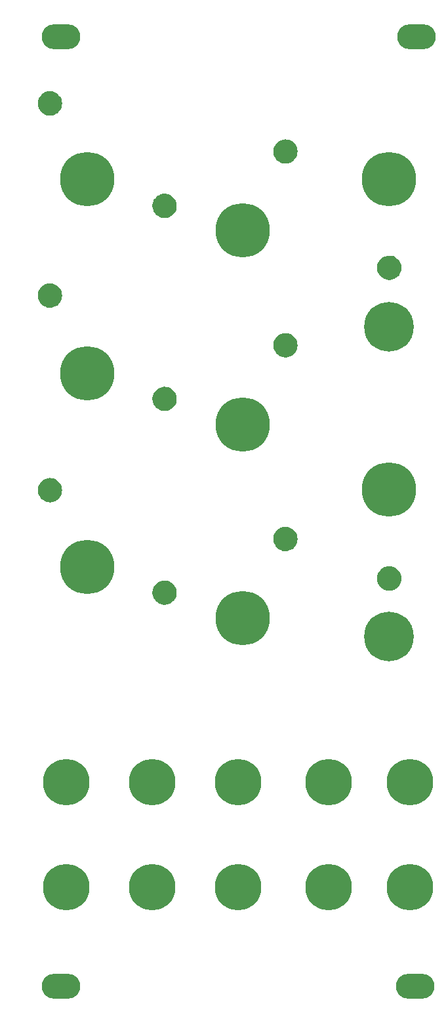
<source format=gbr>
%TF.GenerationSoftware,KiCad,Pcbnew,8.0.3*%
%TF.CreationDate,2024-06-18T14:56:21+01:00*%
%TF.ProjectId,Sinosaur_Panel,53696e6f-7361-4757-925f-50616e656c2e,rev?*%
%TF.SameCoordinates,Original*%
%TF.FileFunction,Soldermask,Bot*%
%TF.FilePolarity,Negative*%
%FSLAX46Y46*%
G04 Gerber Fmt 4.6, Leading zero omitted, Abs format (unit mm)*
G04 Created by KiCad (PCBNEW 8.0.3) date 2024-06-18 14:56:21*
%MOMM*%
%LPD*%
G01*
G04 APERTURE LIST*
%ADD10C,7.000000*%
%ADD11C,6.000000*%
%ADD12O,5.000000X3.200000*%
%ADD13C,6.400000*%
G04 APERTURE END LIST*
D10*
%TO.C,Ref\u002A\u002A*%
X149500000Y-102200000D03*
%TD*%
D11*
%TO.C,Ref\u002A\u002A*%
X141700000Y-140000000D03*
%TD*%
%TO.C,Ref\u002A\u002A*%
X107800000Y-140000000D03*
%TD*%
%TO.C,Ref\u002A\u002A*%
X118900000Y-140000000D03*
%TD*%
D10*
%TO.C,Ref\u002A\u002A*%
X130600000Y-93800000D03*
%TD*%
D11*
%TO.C,Ref\u002A\u002A*%
X107800000Y-153500000D03*
%TD*%
%TO.C,Ref\u002A\u002A*%
X130000000Y-140000000D03*
%TD*%
D12*
%TO.C,Ref\u002A\u002A*%
X153000000Y-43800000D03*
%TD*%
D13*
%TO.C,Ref\u002A\u002A*%
X149500000Y-121200000D03*
%TD*%
D11*
%TO.C,Ref\u002A\u002A*%
X118900000Y-153500000D03*
%TD*%
D10*
%TO.C,Ref\u002A\u002A*%
X149500000Y-62200000D03*
%TD*%
D11*
%TO.C,Ref\u002A\u002A*%
X152200000Y-153500000D03*
%TD*%
%TO.C,Ref\u002A\u002A*%
X130000000Y-153500000D03*
%TD*%
D12*
%TO.C,Ref\u002A\u002A*%
X107100000Y-166300000D03*
%TD*%
%TO.C,Ref\u002A\u002A*%
X152900000Y-166300000D03*
%TD*%
D10*
%TO.C,Ref\u002A\u002A*%
X110500000Y-62200000D03*
%TD*%
D11*
%TO.C,Ref\u002A\u002A*%
X152200000Y-140000000D03*
%TD*%
D10*
%TO.C,Ref\u002A\u002A*%
X110500000Y-112200000D03*
%TD*%
D13*
%TO.C,Ref\u002A\u002A*%
X149500000Y-81200000D03*
%TD*%
D10*
%TO.C,Ref\u002A\u002A*%
X130600000Y-118800000D03*
%TD*%
D11*
%TO.C,Ref\u002A\u002A*%
X141700000Y-153500000D03*
%TD*%
D12*
%TO.C,Ref\u002A\u002A*%
X107100000Y-43800000D03*
%TD*%
D10*
%TO.C,Ref\u002A\u002A*%
X130600000Y-68800000D03*
%TD*%
%TO.C,Ref\u002A\u002A*%
X110500000Y-87200000D03*
%TD*%
G36*
X136390927Y-57047271D02*
G01*
X136401061Y-57048477D01*
X136423082Y-57052023D01*
X136432724Y-57053971D01*
X136614642Y-57098298D01*
X136633313Y-57104452D01*
X136801377Y-57175057D01*
X136818842Y-57184084D01*
X136973904Y-57280531D01*
X136989261Y-57291806D01*
X137207502Y-57479476D01*
X137220552Y-57492508D01*
X137408717Y-57710674D01*
X137420054Y-57726077D01*
X137516881Y-57881445D01*
X137525981Y-57899036D01*
X137596602Y-58067278D01*
X137602784Y-58086093D01*
X137646885Y-58268252D01*
X137648831Y-58277972D01*
X137652095Y-58298515D01*
X137653268Y-58308487D01*
X137674857Y-58589856D01*
X137674768Y-58609922D01*
X137651072Y-58886620D01*
X137648015Y-58905329D01*
X137605876Y-59078683D01*
X137600424Y-59095677D01*
X137533620Y-59261723D01*
X137525784Y-59277757D01*
X137433595Y-59436349D01*
X137428833Y-59443902D01*
X137403409Y-59481178D01*
X137396041Y-59490914D01*
X137219471Y-59701791D01*
X137202052Y-59718859D01*
X136991969Y-59887608D01*
X136972554Y-59900406D01*
X136732958Y-60027871D01*
X136712585Y-60036476D01*
X136448307Y-60121227D01*
X136437628Y-60124133D01*
X136401200Y-60132319D01*
X136391906Y-60134038D01*
X136209122Y-60160693D01*
X136190281Y-60161987D01*
X136010310Y-60160611D01*
X135991491Y-60159029D01*
X135813848Y-60130344D01*
X135795428Y-60125903D01*
X135526885Y-60038977D01*
X135509299Y-60031753D01*
X135252962Y-59902661D01*
X135244651Y-59898069D01*
X135242693Y-59896887D01*
X135234322Y-59891360D01*
X135079562Y-59779931D01*
X135064319Y-59766965D01*
X134933067Y-59635662D01*
X134920108Y-59620414D01*
X134808751Y-59465629D01*
X134803232Y-59457265D01*
X134802715Y-59456408D01*
X134798137Y-59448120D01*
X134668852Y-59191346D01*
X134661653Y-59173832D01*
X134574425Y-58904846D01*
X134569993Y-58886542D01*
X134540975Y-58708489D01*
X134539367Y-58689825D01*
X134537502Y-58509385D01*
X134538723Y-58490692D01*
X134564722Y-58307365D01*
X134566388Y-58298143D01*
X134574192Y-58262657D01*
X134577096Y-58251815D01*
X134661084Y-57986902D01*
X134669765Y-57966230D01*
X134797157Y-57726286D01*
X134810165Y-57706579D01*
X134979457Y-57496713D01*
X134996884Y-57479061D01*
X135208907Y-57303492D01*
X135218855Y-57296061D01*
X135254598Y-57272054D01*
X135265818Y-57265348D01*
X135509123Y-57136824D01*
X135533361Y-57127129D01*
X135793231Y-57053787D01*
X135816099Y-57049597D01*
X136089935Y-57025628D01*
X136110327Y-57025527D01*
X136390927Y-57047271D01*
G37*
G36*
X105993702Y-100747271D02*
G01*
X106003836Y-100748477D01*
X106025857Y-100752023D01*
X106035499Y-100753971D01*
X106217417Y-100798298D01*
X106236088Y-100804452D01*
X106404152Y-100875057D01*
X106421617Y-100884084D01*
X106576679Y-100980531D01*
X106592036Y-100991806D01*
X106810277Y-101179476D01*
X106823327Y-101192508D01*
X107011492Y-101410674D01*
X107022829Y-101426077D01*
X107119656Y-101581445D01*
X107128756Y-101599036D01*
X107199377Y-101767278D01*
X107205559Y-101786093D01*
X107249660Y-101968252D01*
X107251606Y-101977972D01*
X107254870Y-101998515D01*
X107256043Y-102008487D01*
X107277632Y-102289856D01*
X107277543Y-102309922D01*
X107253847Y-102586620D01*
X107250790Y-102605329D01*
X107208651Y-102778683D01*
X107203199Y-102795677D01*
X107136395Y-102961723D01*
X107128559Y-102977757D01*
X107036370Y-103136349D01*
X107031608Y-103143902D01*
X107006184Y-103181178D01*
X106998816Y-103190914D01*
X106822246Y-103401791D01*
X106804827Y-103418859D01*
X106594744Y-103587608D01*
X106575329Y-103600406D01*
X106335733Y-103727871D01*
X106315360Y-103736476D01*
X106051082Y-103821227D01*
X106040403Y-103824133D01*
X106003975Y-103832319D01*
X105994681Y-103834038D01*
X105811897Y-103860693D01*
X105793056Y-103861987D01*
X105613085Y-103860611D01*
X105594266Y-103859029D01*
X105416626Y-103830345D01*
X105398206Y-103825904D01*
X105129660Y-103738977D01*
X105112074Y-103731753D01*
X104855737Y-103602661D01*
X104847426Y-103598069D01*
X104845468Y-103596887D01*
X104837097Y-103591360D01*
X104682337Y-103479931D01*
X104667094Y-103466965D01*
X104535842Y-103335662D01*
X104522882Y-103320414D01*
X104411524Y-103165626D01*
X104406051Y-103157336D01*
X104405535Y-103156482D01*
X104400912Y-103148120D01*
X104271627Y-102891346D01*
X104264428Y-102873832D01*
X104177200Y-102604846D01*
X104172768Y-102586542D01*
X104143750Y-102408489D01*
X104142142Y-102389825D01*
X104140277Y-102209385D01*
X104141498Y-102190692D01*
X104167497Y-102007365D01*
X104169163Y-101998143D01*
X104176967Y-101962657D01*
X104179871Y-101951815D01*
X104263859Y-101686902D01*
X104272540Y-101666230D01*
X104399932Y-101426286D01*
X104412940Y-101406579D01*
X104582232Y-101196713D01*
X104599659Y-101179061D01*
X104811682Y-101003492D01*
X104821630Y-100996061D01*
X104857373Y-100972054D01*
X104868593Y-100965348D01*
X105111898Y-100836824D01*
X105136136Y-100827129D01*
X105396006Y-100753787D01*
X105418874Y-100749597D01*
X105692710Y-100725628D01*
X105713102Y-100725527D01*
X105993702Y-100747271D01*
G37*
G36*
X136390927Y-82047271D02*
G01*
X136401061Y-82048477D01*
X136423082Y-82052023D01*
X136432724Y-82053971D01*
X136614642Y-82098298D01*
X136633313Y-82104452D01*
X136801377Y-82175057D01*
X136818842Y-82184084D01*
X136973904Y-82280531D01*
X136989261Y-82291806D01*
X137207502Y-82479476D01*
X137220552Y-82492508D01*
X137408717Y-82710674D01*
X137420054Y-82726077D01*
X137516881Y-82881445D01*
X137525981Y-82899036D01*
X137596602Y-83067278D01*
X137602784Y-83086093D01*
X137646885Y-83268252D01*
X137648831Y-83277972D01*
X137652095Y-83298515D01*
X137653268Y-83308487D01*
X137674857Y-83589856D01*
X137674768Y-83609922D01*
X137651072Y-83886620D01*
X137648015Y-83905329D01*
X137605876Y-84078683D01*
X137600424Y-84095677D01*
X137533620Y-84261723D01*
X137525784Y-84277757D01*
X137433595Y-84436349D01*
X137428833Y-84443902D01*
X137403409Y-84481178D01*
X137396041Y-84490914D01*
X137219471Y-84701791D01*
X137202052Y-84718859D01*
X136991969Y-84887608D01*
X136972554Y-84900406D01*
X136732958Y-85027871D01*
X136712585Y-85036476D01*
X136448307Y-85121227D01*
X136437628Y-85124133D01*
X136401200Y-85132319D01*
X136391906Y-85134038D01*
X136209122Y-85160693D01*
X136190281Y-85161987D01*
X136010310Y-85160611D01*
X135991491Y-85159029D01*
X135813848Y-85130344D01*
X135795428Y-85125903D01*
X135526885Y-85038977D01*
X135509299Y-85031753D01*
X135252962Y-84902661D01*
X135244651Y-84898069D01*
X135242693Y-84896887D01*
X135234322Y-84891360D01*
X135079562Y-84779931D01*
X135064319Y-84766965D01*
X134933067Y-84635662D01*
X134920108Y-84620414D01*
X134808751Y-84465629D01*
X134803232Y-84457265D01*
X134802715Y-84456408D01*
X134798137Y-84448120D01*
X134668852Y-84191346D01*
X134661653Y-84173832D01*
X134574425Y-83904846D01*
X134569993Y-83886542D01*
X134540975Y-83708489D01*
X134539367Y-83689825D01*
X134537502Y-83509385D01*
X134538723Y-83490692D01*
X134564722Y-83307365D01*
X134566388Y-83298143D01*
X134574192Y-83262657D01*
X134577096Y-83251815D01*
X134661084Y-82986902D01*
X134669765Y-82966230D01*
X134797157Y-82726286D01*
X134810165Y-82706579D01*
X134979457Y-82496713D01*
X134996884Y-82479061D01*
X135208907Y-82303492D01*
X135218855Y-82296061D01*
X135254598Y-82272054D01*
X135265818Y-82265348D01*
X135509123Y-82136824D01*
X135533361Y-82127129D01*
X135793231Y-82053787D01*
X135816099Y-82049597D01*
X136089935Y-82025628D01*
X136110327Y-82025527D01*
X136390927Y-82047271D01*
G37*
G36*
X120790927Y-88964033D02*
G01*
X120801061Y-88965239D01*
X120823082Y-88968785D01*
X120832724Y-88970733D01*
X121014642Y-89015060D01*
X121033313Y-89021214D01*
X121201377Y-89091819D01*
X121218842Y-89100846D01*
X121373904Y-89197293D01*
X121389261Y-89208568D01*
X121607502Y-89396238D01*
X121620552Y-89409270D01*
X121808717Y-89627436D01*
X121820054Y-89642839D01*
X121916881Y-89798207D01*
X121925981Y-89815798D01*
X121996602Y-89984040D01*
X122002784Y-90002855D01*
X122046885Y-90185014D01*
X122048831Y-90194734D01*
X122052095Y-90215277D01*
X122053268Y-90225249D01*
X122074857Y-90506618D01*
X122074768Y-90526684D01*
X122051072Y-90803382D01*
X122048015Y-90822091D01*
X122005876Y-90995445D01*
X122000424Y-91012439D01*
X121933620Y-91178485D01*
X121925784Y-91194519D01*
X121833595Y-91353111D01*
X121828833Y-91360664D01*
X121803409Y-91397940D01*
X121796041Y-91407676D01*
X121619471Y-91618553D01*
X121602052Y-91635621D01*
X121391969Y-91804370D01*
X121372554Y-91817168D01*
X121132958Y-91944633D01*
X121112585Y-91953238D01*
X120848307Y-92037989D01*
X120837628Y-92040895D01*
X120801200Y-92049081D01*
X120791906Y-92050800D01*
X120609122Y-92077455D01*
X120590281Y-92078749D01*
X120410310Y-92077373D01*
X120391491Y-92075791D01*
X120213851Y-92047107D01*
X120195431Y-92042666D01*
X119926885Y-91955739D01*
X119909299Y-91948515D01*
X119652962Y-91819423D01*
X119644651Y-91814831D01*
X119642693Y-91813649D01*
X119634322Y-91808122D01*
X119479562Y-91696693D01*
X119464319Y-91683727D01*
X119333067Y-91552424D01*
X119320107Y-91537176D01*
X119208749Y-91382388D01*
X119203276Y-91374098D01*
X119202760Y-91373244D01*
X119198137Y-91364882D01*
X119068852Y-91108108D01*
X119061653Y-91090594D01*
X118974425Y-90821608D01*
X118969993Y-90803304D01*
X118940975Y-90625251D01*
X118939367Y-90606587D01*
X118937502Y-90426147D01*
X118938723Y-90407454D01*
X118964722Y-90224127D01*
X118966388Y-90214905D01*
X118974192Y-90179419D01*
X118977096Y-90168577D01*
X119061084Y-89903664D01*
X119069765Y-89882992D01*
X119197157Y-89643048D01*
X119210165Y-89623341D01*
X119379457Y-89413475D01*
X119396884Y-89395823D01*
X119608907Y-89220254D01*
X119618855Y-89212823D01*
X119654598Y-89188816D01*
X119665818Y-89182110D01*
X119909123Y-89053586D01*
X119933361Y-89043891D01*
X120193231Y-88970549D01*
X120216099Y-88966359D01*
X120489935Y-88942390D01*
X120510327Y-88942289D01*
X120790927Y-88964033D01*
G37*
G36*
X149790927Y-72047271D02*
G01*
X149801061Y-72048477D01*
X149823082Y-72052023D01*
X149832724Y-72053971D01*
X150014642Y-72098298D01*
X150033313Y-72104452D01*
X150201377Y-72175057D01*
X150218842Y-72184084D01*
X150373904Y-72280531D01*
X150389261Y-72291806D01*
X150607502Y-72479476D01*
X150620552Y-72492508D01*
X150808717Y-72710674D01*
X150820054Y-72726077D01*
X150916881Y-72881445D01*
X150925981Y-72899036D01*
X150996602Y-73067278D01*
X151002784Y-73086093D01*
X151046885Y-73268252D01*
X151048831Y-73277972D01*
X151052095Y-73298515D01*
X151053268Y-73308487D01*
X151074857Y-73589856D01*
X151074768Y-73609922D01*
X151051072Y-73886620D01*
X151048015Y-73905329D01*
X151005876Y-74078683D01*
X151000424Y-74095677D01*
X150933620Y-74261723D01*
X150925784Y-74277757D01*
X150833595Y-74436349D01*
X150828833Y-74443902D01*
X150803409Y-74481178D01*
X150796041Y-74490914D01*
X150619471Y-74701791D01*
X150602052Y-74718859D01*
X150391969Y-74887608D01*
X150372554Y-74900406D01*
X150132958Y-75027871D01*
X150112585Y-75036476D01*
X149848307Y-75121227D01*
X149837628Y-75124133D01*
X149801200Y-75132319D01*
X149791906Y-75134038D01*
X149609122Y-75160693D01*
X149590281Y-75161987D01*
X149410310Y-75160611D01*
X149391491Y-75159029D01*
X149213848Y-75130344D01*
X149195428Y-75125903D01*
X148926885Y-75038977D01*
X148909299Y-75031753D01*
X148652962Y-74902661D01*
X148644651Y-74898069D01*
X148642693Y-74896887D01*
X148634322Y-74891360D01*
X148479562Y-74779931D01*
X148464319Y-74766965D01*
X148333067Y-74635662D01*
X148320108Y-74620414D01*
X148208751Y-74465629D01*
X148203232Y-74457265D01*
X148202715Y-74456408D01*
X148198137Y-74448120D01*
X148068852Y-74191346D01*
X148061653Y-74173832D01*
X147974425Y-73904846D01*
X147969993Y-73886542D01*
X147940975Y-73708489D01*
X147939367Y-73689825D01*
X147937502Y-73509385D01*
X147938723Y-73490692D01*
X147964722Y-73307365D01*
X147966388Y-73298143D01*
X147974192Y-73262657D01*
X147977096Y-73251815D01*
X148061084Y-72986902D01*
X148069765Y-72966230D01*
X148197157Y-72726286D01*
X148210165Y-72706579D01*
X148379457Y-72496713D01*
X148396884Y-72479061D01*
X148608907Y-72303492D01*
X148618855Y-72296061D01*
X148654598Y-72272054D01*
X148665818Y-72265348D01*
X148909123Y-72136824D01*
X148933361Y-72127129D01*
X149193231Y-72053787D01*
X149216099Y-72049597D01*
X149489935Y-72025628D01*
X149510327Y-72025527D01*
X149790927Y-72047271D01*
G37*
G36*
X120790927Y-64064033D02*
G01*
X120801061Y-64065239D01*
X120823082Y-64068785D01*
X120832724Y-64070733D01*
X121014642Y-64115060D01*
X121033313Y-64121214D01*
X121201377Y-64191819D01*
X121218842Y-64200846D01*
X121373904Y-64297293D01*
X121389261Y-64308568D01*
X121607502Y-64496238D01*
X121620552Y-64509270D01*
X121808717Y-64727436D01*
X121820054Y-64742839D01*
X121916881Y-64898207D01*
X121925981Y-64915798D01*
X121996602Y-65084040D01*
X122002784Y-65102855D01*
X122046885Y-65285014D01*
X122048831Y-65294734D01*
X122052095Y-65315277D01*
X122053268Y-65325249D01*
X122074857Y-65606618D01*
X122074768Y-65626684D01*
X122051072Y-65903382D01*
X122048015Y-65922091D01*
X122005876Y-66095445D01*
X122000424Y-66112439D01*
X121933620Y-66278485D01*
X121925784Y-66294519D01*
X121833595Y-66453111D01*
X121828833Y-66460664D01*
X121803409Y-66497940D01*
X121796041Y-66507676D01*
X121619471Y-66718553D01*
X121602052Y-66735621D01*
X121391969Y-66904370D01*
X121372554Y-66917168D01*
X121132958Y-67044633D01*
X121112585Y-67053238D01*
X120848307Y-67137989D01*
X120837628Y-67140895D01*
X120801200Y-67149081D01*
X120791906Y-67150800D01*
X120609122Y-67177455D01*
X120590281Y-67178749D01*
X120410310Y-67177373D01*
X120391491Y-67175791D01*
X120213851Y-67147107D01*
X120195431Y-67142666D01*
X119926885Y-67055739D01*
X119909299Y-67048515D01*
X119652962Y-66919423D01*
X119644651Y-66914831D01*
X119642693Y-66913649D01*
X119634322Y-66908122D01*
X119479562Y-66796693D01*
X119464319Y-66783727D01*
X119333067Y-66652424D01*
X119320107Y-66637176D01*
X119208749Y-66482388D01*
X119203276Y-66474098D01*
X119202760Y-66473244D01*
X119198137Y-66464882D01*
X119068852Y-66208108D01*
X119061653Y-66190594D01*
X118974425Y-65921608D01*
X118969993Y-65903304D01*
X118940975Y-65725251D01*
X118939367Y-65706587D01*
X118937502Y-65526147D01*
X118938723Y-65507454D01*
X118964722Y-65324127D01*
X118966388Y-65314905D01*
X118974192Y-65279419D01*
X118977096Y-65268577D01*
X119061084Y-65003664D01*
X119069765Y-64982992D01*
X119197157Y-64743048D01*
X119210165Y-64723341D01*
X119379457Y-64513475D01*
X119396884Y-64495823D01*
X119608907Y-64320254D01*
X119618855Y-64312823D01*
X119654598Y-64288816D01*
X119665818Y-64282110D01*
X119909123Y-64153586D01*
X119933361Y-64143891D01*
X120193231Y-64070549D01*
X120216099Y-64066359D01*
X120489935Y-64042390D01*
X120510327Y-64042289D01*
X120790927Y-64064033D01*
G37*
G36*
X105990927Y-75636897D02*
G01*
X106001061Y-75638103D01*
X106023082Y-75641649D01*
X106032724Y-75643597D01*
X106214642Y-75687924D01*
X106233313Y-75694078D01*
X106401377Y-75764683D01*
X106418842Y-75773710D01*
X106573904Y-75870157D01*
X106589261Y-75881432D01*
X106807502Y-76069102D01*
X106820552Y-76082134D01*
X107008717Y-76300300D01*
X107020054Y-76315703D01*
X107116881Y-76471071D01*
X107125981Y-76488662D01*
X107196602Y-76656904D01*
X107202784Y-76675719D01*
X107246885Y-76857878D01*
X107248831Y-76867598D01*
X107252095Y-76888141D01*
X107253268Y-76898113D01*
X107274857Y-77179482D01*
X107274768Y-77199548D01*
X107251072Y-77476246D01*
X107248015Y-77494955D01*
X107205876Y-77668309D01*
X107200424Y-77685303D01*
X107133620Y-77851349D01*
X107125784Y-77867383D01*
X107033595Y-78025975D01*
X107028833Y-78033528D01*
X107003409Y-78070804D01*
X106996041Y-78080540D01*
X106819471Y-78291417D01*
X106802052Y-78308485D01*
X106591969Y-78477234D01*
X106572554Y-78490032D01*
X106332958Y-78617497D01*
X106312585Y-78626102D01*
X106048307Y-78710853D01*
X106037628Y-78713759D01*
X106001200Y-78721945D01*
X105991906Y-78723664D01*
X105809122Y-78750319D01*
X105790281Y-78751613D01*
X105610310Y-78750237D01*
X105591491Y-78748655D01*
X105413851Y-78719971D01*
X105395431Y-78715530D01*
X105126885Y-78628603D01*
X105109299Y-78621379D01*
X104852962Y-78492287D01*
X104844651Y-78487695D01*
X104842693Y-78486513D01*
X104834322Y-78480986D01*
X104679562Y-78369557D01*
X104664319Y-78356591D01*
X104533067Y-78225288D01*
X104520107Y-78210040D01*
X104408749Y-78055252D01*
X104403276Y-78046962D01*
X104402760Y-78046108D01*
X104398137Y-78037746D01*
X104268852Y-77780972D01*
X104261653Y-77763458D01*
X104174425Y-77494472D01*
X104169993Y-77476168D01*
X104140975Y-77298115D01*
X104139367Y-77279451D01*
X104137502Y-77099011D01*
X104138723Y-77080318D01*
X104164722Y-76896991D01*
X104166388Y-76887769D01*
X104174192Y-76852283D01*
X104177096Y-76841441D01*
X104261084Y-76576528D01*
X104269765Y-76555856D01*
X104397157Y-76315912D01*
X104410165Y-76296205D01*
X104579457Y-76086339D01*
X104596884Y-76068687D01*
X104808907Y-75893118D01*
X104818855Y-75885687D01*
X104854598Y-75861680D01*
X104865818Y-75854974D01*
X105109123Y-75726450D01*
X105133361Y-75716755D01*
X105393231Y-75643413D01*
X105416099Y-75639223D01*
X105689935Y-75615254D01*
X105710327Y-75615153D01*
X105990927Y-75636897D01*
G37*
G36*
X149790927Y-112142208D02*
G01*
X149801061Y-112143414D01*
X149823082Y-112146960D01*
X149832724Y-112148908D01*
X150014642Y-112193235D01*
X150033313Y-112199389D01*
X150201377Y-112269994D01*
X150218842Y-112279021D01*
X150373904Y-112375468D01*
X150389261Y-112386743D01*
X150607502Y-112574413D01*
X150620552Y-112587445D01*
X150808717Y-112805611D01*
X150820054Y-112821014D01*
X150916881Y-112976382D01*
X150925981Y-112993973D01*
X150996602Y-113162215D01*
X151002784Y-113181030D01*
X151046885Y-113363189D01*
X151048831Y-113372909D01*
X151052095Y-113393452D01*
X151053268Y-113403424D01*
X151074857Y-113684793D01*
X151074768Y-113704859D01*
X151051072Y-113981557D01*
X151048015Y-114000266D01*
X151005876Y-114173620D01*
X151000424Y-114190614D01*
X150933620Y-114356660D01*
X150925784Y-114372694D01*
X150833595Y-114531286D01*
X150828833Y-114538839D01*
X150803409Y-114576115D01*
X150796041Y-114585851D01*
X150619471Y-114796728D01*
X150602052Y-114813796D01*
X150391969Y-114982545D01*
X150372554Y-114995343D01*
X150132958Y-115122808D01*
X150112585Y-115131413D01*
X149848307Y-115216164D01*
X149837628Y-115219070D01*
X149801200Y-115227256D01*
X149791906Y-115228975D01*
X149609122Y-115255630D01*
X149590281Y-115256924D01*
X149410310Y-115255548D01*
X149391491Y-115253966D01*
X149213848Y-115225281D01*
X149195428Y-115220840D01*
X148926885Y-115133914D01*
X148909299Y-115126690D01*
X148652962Y-114997598D01*
X148644651Y-114993006D01*
X148642693Y-114991824D01*
X148634322Y-114986297D01*
X148479562Y-114874868D01*
X148464319Y-114861902D01*
X148333067Y-114730599D01*
X148320108Y-114715351D01*
X148208751Y-114560566D01*
X148203232Y-114552202D01*
X148202715Y-114551345D01*
X148198137Y-114543057D01*
X148068852Y-114286283D01*
X148061653Y-114268769D01*
X147974425Y-113999783D01*
X147969993Y-113981479D01*
X147940975Y-113803426D01*
X147939367Y-113784762D01*
X147937502Y-113604322D01*
X147938723Y-113585629D01*
X147964722Y-113402302D01*
X147966388Y-113393080D01*
X147974192Y-113357594D01*
X147977096Y-113346752D01*
X148061084Y-113081839D01*
X148069765Y-113061167D01*
X148197157Y-112821223D01*
X148210165Y-112801516D01*
X148379457Y-112591650D01*
X148396884Y-112573998D01*
X148608907Y-112398429D01*
X148618855Y-112390998D01*
X148654598Y-112366991D01*
X148665818Y-112360285D01*
X148909123Y-112231761D01*
X148933361Y-112222066D01*
X149193231Y-112148724D01*
X149216099Y-112144534D01*
X149489935Y-112120565D01*
X149510327Y-112120464D01*
X149790927Y-112142208D01*
G37*
G36*
X105990927Y-50847271D02*
G01*
X106001061Y-50848477D01*
X106023082Y-50852023D01*
X106032724Y-50853971D01*
X106214642Y-50898298D01*
X106233313Y-50904452D01*
X106401377Y-50975057D01*
X106418842Y-50984084D01*
X106573904Y-51080531D01*
X106589261Y-51091806D01*
X106807502Y-51279476D01*
X106820552Y-51292508D01*
X107008717Y-51510674D01*
X107020054Y-51526077D01*
X107116881Y-51681445D01*
X107125981Y-51699036D01*
X107196602Y-51867278D01*
X107202784Y-51886093D01*
X107246885Y-52068252D01*
X107248831Y-52077972D01*
X107252095Y-52098515D01*
X107253268Y-52108487D01*
X107274857Y-52389856D01*
X107274768Y-52409922D01*
X107251072Y-52686620D01*
X107248015Y-52705329D01*
X107205876Y-52878683D01*
X107200424Y-52895677D01*
X107133620Y-53061723D01*
X107125784Y-53077757D01*
X107033595Y-53236349D01*
X107028833Y-53243902D01*
X107003409Y-53281178D01*
X106996041Y-53290914D01*
X106819471Y-53501791D01*
X106802052Y-53518859D01*
X106591969Y-53687608D01*
X106572554Y-53700406D01*
X106332958Y-53827871D01*
X106312585Y-53836476D01*
X106048307Y-53921227D01*
X106037628Y-53924133D01*
X106001200Y-53932319D01*
X105991906Y-53934038D01*
X105809122Y-53960693D01*
X105790281Y-53961987D01*
X105610310Y-53960611D01*
X105591491Y-53959029D01*
X105413851Y-53930345D01*
X105395431Y-53925904D01*
X105126885Y-53838977D01*
X105109299Y-53831753D01*
X104852962Y-53702661D01*
X104844651Y-53698069D01*
X104842693Y-53696887D01*
X104834322Y-53691360D01*
X104679562Y-53579931D01*
X104664319Y-53566965D01*
X104533067Y-53435662D01*
X104520107Y-53420414D01*
X104408749Y-53265626D01*
X104403276Y-53257336D01*
X104402760Y-53256482D01*
X104398137Y-53248120D01*
X104268852Y-52991346D01*
X104261653Y-52973832D01*
X104174425Y-52704846D01*
X104169993Y-52686542D01*
X104140975Y-52508489D01*
X104139367Y-52489825D01*
X104137502Y-52309385D01*
X104138723Y-52290692D01*
X104164722Y-52107365D01*
X104166388Y-52098143D01*
X104174192Y-52062657D01*
X104177096Y-52051815D01*
X104261084Y-51786902D01*
X104269765Y-51766230D01*
X104397157Y-51526286D01*
X104410165Y-51506579D01*
X104579457Y-51296713D01*
X104596884Y-51279061D01*
X104808907Y-51103492D01*
X104818855Y-51096061D01*
X104854598Y-51072054D01*
X104865818Y-51065348D01*
X105109123Y-50936824D01*
X105133361Y-50927129D01*
X105393231Y-50853787D01*
X105416099Y-50849597D01*
X105689935Y-50825628D01*
X105710327Y-50825527D01*
X105990927Y-50847271D01*
G37*
G36*
X136390927Y-107047271D02*
G01*
X136401061Y-107048477D01*
X136423082Y-107052023D01*
X136432724Y-107053971D01*
X136614642Y-107098298D01*
X136633313Y-107104452D01*
X136801377Y-107175057D01*
X136818842Y-107184084D01*
X136973904Y-107280531D01*
X136989261Y-107291806D01*
X137207502Y-107479476D01*
X137220552Y-107492508D01*
X137408717Y-107710674D01*
X137420054Y-107726077D01*
X137516881Y-107881445D01*
X137525981Y-107899036D01*
X137596602Y-108067278D01*
X137602784Y-108086093D01*
X137646885Y-108268252D01*
X137648831Y-108277972D01*
X137652095Y-108298515D01*
X137653268Y-108308487D01*
X137674857Y-108589856D01*
X137674768Y-108609922D01*
X137651072Y-108886620D01*
X137648015Y-108905329D01*
X137605876Y-109078683D01*
X137600424Y-109095677D01*
X137533620Y-109261723D01*
X137525784Y-109277757D01*
X137433595Y-109436349D01*
X137428833Y-109443902D01*
X137403409Y-109481178D01*
X137396041Y-109490914D01*
X137219471Y-109701791D01*
X137202052Y-109718859D01*
X136991969Y-109887608D01*
X136972554Y-109900406D01*
X136732958Y-110027871D01*
X136712585Y-110036476D01*
X136448307Y-110121227D01*
X136437628Y-110124133D01*
X136401200Y-110132319D01*
X136391906Y-110134038D01*
X136209122Y-110160693D01*
X136190281Y-110161987D01*
X136010310Y-110160611D01*
X135991491Y-110159029D01*
X135813848Y-110130344D01*
X135795428Y-110125903D01*
X135526885Y-110038977D01*
X135509299Y-110031753D01*
X135252962Y-109902661D01*
X135244651Y-109898069D01*
X135242693Y-109896887D01*
X135234322Y-109891360D01*
X135079562Y-109779931D01*
X135064319Y-109766965D01*
X134933067Y-109635662D01*
X134920108Y-109620414D01*
X134808751Y-109465629D01*
X134803232Y-109457265D01*
X134802715Y-109456408D01*
X134798137Y-109448120D01*
X134668852Y-109191346D01*
X134661653Y-109173832D01*
X134574425Y-108904846D01*
X134569993Y-108886542D01*
X134540975Y-108708489D01*
X134539367Y-108689825D01*
X134537502Y-108509385D01*
X134538723Y-108490692D01*
X134564722Y-108307365D01*
X134566388Y-108298143D01*
X134574192Y-108262657D01*
X134577096Y-108251815D01*
X134661084Y-107986902D01*
X134669765Y-107966230D01*
X134797157Y-107726286D01*
X134810165Y-107706579D01*
X134979457Y-107496713D01*
X134996884Y-107479061D01*
X135208907Y-107303492D01*
X135218855Y-107296061D01*
X135254598Y-107272054D01*
X135265818Y-107265348D01*
X135509123Y-107136824D01*
X135533361Y-107127129D01*
X135793231Y-107053787D01*
X135816099Y-107049597D01*
X136089935Y-107025628D01*
X136110327Y-107025527D01*
X136390927Y-107047271D01*
G37*
G36*
X120790927Y-113964033D02*
G01*
X120801061Y-113965239D01*
X120823082Y-113968785D01*
X120832724Y-113970733D01*
X121014642Y-114015060D01*
X121033313Y-114021214D01*
X121201377Y-114091819D01*
X121218842Y-114100846D01*
X121373904Y-114197293D01*
X121389261Y-114208568D01*
X121607502Y-114396238D01*
X121620552Y-114409270D01*
X121808717Y-114627436D01*
X121820054Y-114642839D01*
X121916881Y-114798207D01*
X121925981Y-114815798D01*
X121996602Y-114984040D01*
X122002784Y-115002855D01*
X122046885Y-115185014D01*
X122048831Y-115194734D01*
X122052095Y-115215277D01*
X122053268Y-115225249D01*
X122074857Y-115506618D01*
X122074768Y-115526684D01*
X122051072Y-115803382D01*
X122048015Y-115822091D01*
X122005876Y-115995445D01*
X122000424Y-116012439D01*
X121933620Y-116178485D01*
X121925784Y-116194519D01*
X121833595Y-116353111D01*
X121828833Y-116360664D01*
X121803409Y-116397940D01*
X121796041Y-116407676D01*
X121619471Y-116618553D01*
X121602052Y-116635621D01*
X121391969Y-116804370D01*
X121372554Y-116817168D01*
X121132958Y-116944633D01*
X121112585Y-116953238D01*
X120848307Y-117037989D01*
X120837628Y-117040895D01*
X120801200Y-117049081D01*
X120791906Y-117050800D01*
X120609122Y-117077455D01*
X120590281Y-117078749D01*
X120410310Y-117077373D01*
X120391491Y-117075791D01*
X120213851Y-117047107D01*
X120195431Y-117042666D01*
X119926885Y-116955739D01*
X119909299Y-116948515D01*
X119652962Y-116819423D01*
X119644651Y-116814831D01*
X119642693Y-116813649D01*
X119634322Y-116808122D01*
X119479562Y-116696693D01*
X119464319Y-116683727D01*
X119333067Y-116552424D01*
X119320107Y-116537176D01*
X119208749Y-116382388D01*
X119203276Y-116374098D01*
X119202760Y-116373244D01*
X119198137Y-116364882D01*
X119068852Y-116108108D01*
X119061653Y-116090594D01*
X118974425Y-115821608D01*
X118969993Y-115803304D01*
X118940975Y-115625251D01*
X118939367Y-115606587D01*
X118937502Y-115426147D01*
X118938723Y-115407454D01*
X118964722Y-115224127D01*
X118966388Y-115214905D01*
X118974192Y-115179419D01*
X118977096Y-115168577D01*
X119061084Y-114903664D01*
X119069765Y-114882992D01*
X119197157Y-114643048D01*
X119210165Y-114623341D01*
X119379457Y-114413475D01*
X119396884Y-114395823D01*
X119608907Y-114220254D01*
X119618855Y-114212823D01*
X119654598Y-114188816D01*
X119665818Y-114182110D01*
X119909123Y-114053586D01*
X119933361Y-114043891D01*
X120193231Y-113970549D01*
X120216099Y-113966359D01*
X120489935Y-113942390D01*
X120510327Y-113942289D01*
X120790927Y-113964033D01*
G37*
M02*

</source>
